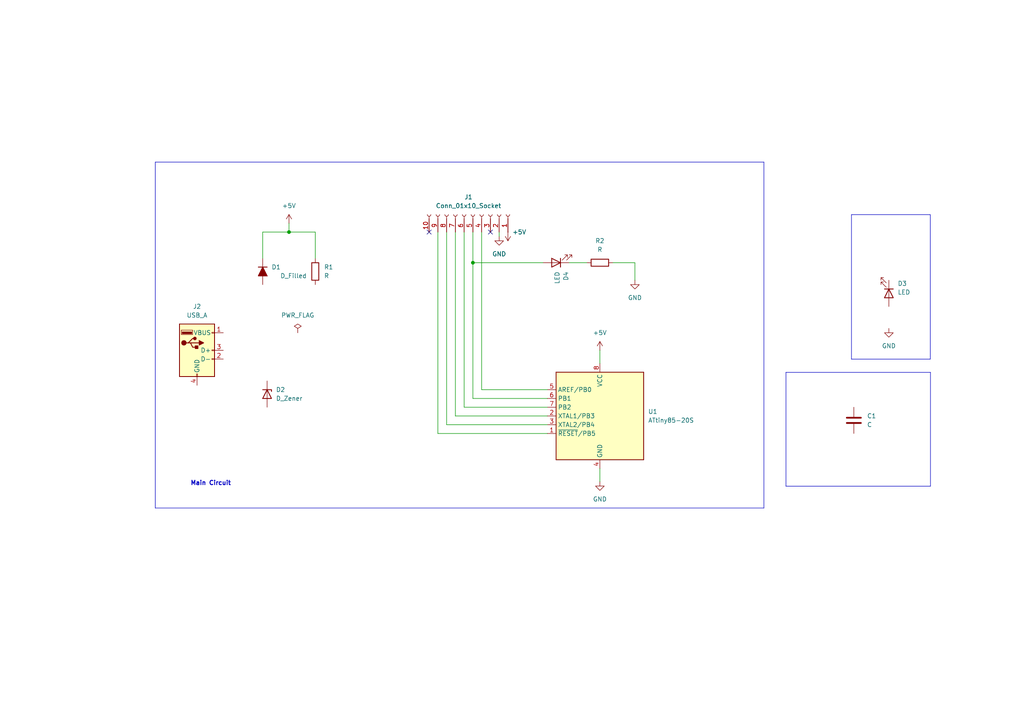
<source format=kicad_sch>
(kicad_sch
	(version 20231120)
	(generator "eeschema")
	(generator_version "8.0")
	(uuid "f2c20679-f28d-47ad-9191-2bfbde129570")
	(paper "A4")
	(title_block
		(date "2024-03-18")
		(rev "version Test2024")
		(company "UCC")
		(comment 1 "proyectoBase2024")
	)
	(lib_symbols
		(symbol "+5V_1"
			(power)
			(pin_names
				(offset 0)
			)
			(exclude_from_sim no)
			(in_bom yes)
			(on_board yes)
			(property "Reference" "#PWR"
				(at 0 -3.81 0)
				(effects
					(font
						(size 1.27 1.27)
					)
					(hide yes)
				)
			)
			(property "Value" "+5V_1"
				(at 0 3.556 0)
				(effects
					(font
						(size 1.27 1.27)
					)
				)
			)
			(property "Footprint" ""
				(at 0 0 0)
				(effects
					(font
						(size 1.27 1.27)
					)
					(hide yes)
				)
			)
			(property "Datasheet" ""
				(at 0 0 0)
				(effects
					(font
						(size 1.27 1.27)
					)
					(hide yes)
				)
			)
			(property "Description" "Power symbol creates a global label with name \"+5V\""
				(at 0 0 0)
				(effects
					(font
						(size 1.27 1.27)
					)
					(hide yes)
				)
			)
			(property "ki_keywords" "global power"
				(at 0 0 0)
				(effects
					(font
						(size 1.27 1.27)
					)
					(hide yes)
				)
			)
			(symbol "+5V_1_0_1"
				(polyline
					(pts
						(xy -0.762 1.27) (xy 0 2.54)
					)
					(stroke
						(width 0)
						(type default)
					)
					(fill
						(type none)
					)
				)
				(polyline
					(pts
						(xy 0 0) (xy 0 2.54)
					)
					(stroke
						(width 0)
						(type default)
					)
					(fill
						(type none)
					)
				)
				(polyline
					(pts
						(xy 0 2.54) (xy 0.762 1.27)
					)
					(stroke
						(width 0)
						(type default)
					)
					(fill
						(type none)
					)
				)
			)
			(symbol "+5V_1_1_1"
				(pin power_in line
					(at 0 0 90)
					(length 0) hide
					(name "+5V"
						(effects
							(font
								(size 1.27 1.27)
							)
						)
					)
					(number "1"
						(effects
							(font
								(size 1.27 1.27)
							)
						)
					)
				)
			)
		)
		(symbol "Connector:Conn_01x10_Socket"
			(pin_names
				(offset 1.016) hide)
			(exclude_from_sim no)
			(in_bom yes)
			(on_board yes)
			(property "Reference" "J"
				(at 0 12.7 0)
				(effects
					(font
						(size 1.27 1.27)
					)
				)
			)
			(property "Value" "Conn_01x10_Socket"
				(at 0 -15.24 0)
				(effects
					(font
						(size 1.27 1.27)
					)
				)
			)
			(property "Footprint" ""
				(at 0 0 0)
				(effects
					(font
						(size 1.27 1.27)
					)
					(hide yes)
				)
			)
			(property "Datasheet" "~"
				(at 0 0 0)
				(effects
					(font
						(size 1.27 1.27)
					)
					(hide yes)
				)
			)
			(property "Description" "Generic connector, single row, 01x10, script generated"
				(at 0 0 0)
				(effects
					(font
						(size 1.27 1.27)
					)
					(hide yes)
				)
			)
			(property "ki_locked" ""
				(at 0 0 0)
				(effects
					(font
						(size 1.27 1.27)
					)
				)
			)
			(property "ki_keywords" "connector"
				(at 0 0 0)
				(effects
					(font
						(size 1.27 1.27)
					)
					(hide yes)
				)
			)
			(property "ki_fp_filters" "Connector*:*_1x??_*"
				(at 0 0 0)
				(effects
					(font
						(size 1.27 1.27)
					)
					(hide yes)
				)
			)
			(symbol "Conn_01x10_Socket_1_1"
				(arc
					(start 0 -12.192)
					(mid -0.5058 -12.7)
					(end 0 -13.208)
					(stroke
						(width 0.1524)
						(type default)
					)
					(fill
						(type none)
					)
				)
				(arc
					(start 0 -9.652)
					(mid -0.5058 -10.16)
					(end 0 -10.668)
					(stroke
						(width 0.1524)
						(type default)
					)
					(fill
						(type none)
					)
				)
				(arc
					(start 0 -7.112)
					(mid -0.5058 -7.62)
					(end 0 -8.128)
					(stroke
						(width 0.1524)
						(type default)
					)
					(fill
						(type none)
					)
				)
				(arc
					(start 0 -4.572)
					(mid -0.5058 -5.08)
					(end 0 -5.588)
					(stroke
						(width 0.1524)
						(type default)
					)
					(fill
						(type none)
					)
				)
				(arc
					(start 0 -2.032)
					(mid -0.5058 -2.54)
					(end 0 -3.048)
					(stroke
						(width 0.1524)
						(type default)
					)
					(fill
						(type none)
					)
				)
				(polyline
					(pts
						(xy -1.27 -12.7) (xy -0.508 -12.7)
					)
					(stroke
						(width 0.1524)
						(type default)
					)
					(fill
						(type none)
					)
				)
				(polyline
					(pts
						(xy -1.27 -10.16) (xy -0.508 -10.16)
					)
					(stroke
						(width 0.1524)
						(type default)
					)
					(fill
						(type none)
					)
				)
				(polyline
					(pts
						(xy -1.27 -7.62) (xy -0.508 -7.62)
					)
					(stroke
						(width 0.1524)
						(type default)
					)
					(fill
						(type none)
					)
				)
				(polyline
					(pts
						(xy -1.27 -5.08) (xy -0.508 -5.08)
					)
					(stroke
						(width 0.1524)
						(type default)
					)
					(fill
						(type none)
					)
				)
				(polyline
					(pts
						(xy -1.27 -2.54) (xy -0.508 -2.54)
					)
					(stroke
						(width 0.1524)
						(type default)
					)
					(fill
						(type none)
					)
				)
				(polyline
					(pts
						(xy -1.27 0) (xy -0.508 0)
					)
					(stroke
						(width 0.1524)
						(type default)
					)
					(fill
						(type none)
					)
				)
				(polyline
					(pts
						(xy -1.27 2.54) (xy -0.508 2.54)
					)
					(stroke
						(width 0.1524)
						(type default)
					)
					(fill
						(type none)
					)
				)
				(polyline
					(pts
						(xy -1.27 5.08) (xy -0.508 5.08)
					)
					(stroke
						(width 0.1524)
						(type default)
					)
					(fill
						(type none)
					)
				)
				(polyline
					(pts
						(xy -1.27 7.62) (xy -0.508 7.62)
					)
					(stroke
						(width 0.1524)
						(type default)
					)
					(fill
						(type none)
					)
				)
				(polyline
					(pts
						(xy -1.27 10.16) (xy -0.508 10.16)
					)
					(stroke
						(width 0.1524)
						(type default)
					)
					(fill
						(type none)
					)
				)
				(arc
					(start 0 0.508)
					(mid -0.5058 0)
					(end 0 -0.508)
					(stroke
						(width 0.1524)
						(type default)
					)
					(fill
						(type none)
					)
				)
				(arc
					(start 0 3.048)
					(mid -0.5058 2.54)
					(end 0 2.032)
					(stroke
						(width 0.1524)
						(type default)
					)
					(fill
						(type none)
					)
				)
				(arc
					(start 0 5.588)
					(mid -0.5058 5.08)
					(end 0 4.572)
					(stroke
						(width 0.1524)
						(type default)
					)
					(fill
						(type none)
					)
				)
				(arc
					(start 0 8.128)
					(mid -0.5058 7.62)
					(end 0 7.112)
					(stroke
						(width 0.1524)
						(type default)
					)
					(fill
						(type none)
					)
				)
				(arc
					(start 0 10.668)
					(mid -0.5058 10.16)
					(end 0 9.652)
					(stroke
						(width 0.1524)
						(type default)
					)
					(fill
						(type none)
					)
				)
				(pin passive line
					(at -5.08 10.16 0)
					(length 3.81)
					(name "Pin_1"
						(effects
							(font
								(size 1.27 1.27)
							)
						)
					)
					(number "1"
						(effects
							(font
								(size 1.27 1.27)
							)
						)
					)
				)
				(pin passive line
					(at -5.08 -12.7 0)
					(length 3.81)
					(name "Pin_10"
						(effects
							(font
								(size 1.27 1.27)
							)
						)
					)
					(number "10"
						(effects
							(font
								(size 1.27 1.27)
							)
						)
					)
				)
				(pin passive line
					(at -5.08 7.62 0)
					(length 3.81)
					(name "Pin_2"
						(effects
							(font
								(size 1.27 1.27)
							)
						)
					)
					(number "2"
						(effects
							(font
								(size 1.27 1.27)
							)
						)
					)
				)
				(pin passive line
					(at -5.08 5.08 0)
					(length 3.81)
					(name "Pin_3"
						(effects
							(font
								(size 1.27 1.27)
							)
						)
					)
					(number "3"
						(effects
							(font
								(size 1.27 1.27)
							)
						)
					)
				)
				(pin passive line
					(at -5.08 2.54 0)
					(length 3.81)
					(name "Pin_4"
						(effects
							(font
								(size 1.27 1.27)
							)
						)
					)
					(number "4"
						(effects
							(font
								(size 1.27 1.27)
							)
						)
					)
				)
				(pin passive line
					(at -5.08 0 0)
					(length 3.81)
					(name "Pin_5"
						(effects
							(font
								(size 1.27 1.27)
							)
						)
					)
					(number "5"
						(effects
							(font
								(size 1.27 1.27)
							)
						)
					)
				)
				(pin passive line
					(at -5.08 -2.54 0)
					(length 3.81)
					(name "Pin_6"
						(effects
							(font
								(size 1.27 1.27)
							)
						)
					)
					(number "6"
						(effects
							(font
								(size 1.27 1.27)
							)
						)
					)
				)
				(pin passive line
					(at -5.08 -5.08 0)
					(length 3.81)
					(name "Pin_7"
						(effects
							(font
								(size 1.27 1.27)
							)
						)
					)
					(number "7"
						(effects
							(font
								(size 1.27 1.27)
							)
						)
					)
				)
				(pin passive line
					(at -5.08 -7.62 0)
					(length 3.81)
					(name "Pin_8"
						(effects
							(font
								(size 1.27 1.27)
							)
						)
					)
					(number "8"
						(effects
							(font
								(size 1.27 1.27)
							)
						)
					)
				)
				(pin passive line
					(at -5.08 -10.16 0)
					(length 3.81)
					(name "Pin_9"
						(effects
							(font
								(size 1.27 1.27)
							)
						)
					)
					(number "9"
						(effects
							(font
								(size 1.27 1.27)
							)
						)
					)
				)
			)
		)
		(symbol "Connector:USB_A"
			(pin_names
				(offset 1.016)
			)
			(exclude_from_sim no)
			(in_bom yes)
			(on_board yes)
			(property "Reference" "J2"
				(at 0 12.7 0)
				(effects
					(font
						(size 1.27 1.27)
					)
				)
			)
			(property "Value" "USB_A"
				(at 0 10.16 0)
				(effects
					(font
						(size 1.27 1.27)
					)
				)
			)
			(property "Footprint" ""
				(at 3.81 -1.27 0)
				(effects
					(font
						(size 1.27 1.27)
					)
					(hide yes)
				)
			)
			(property "Datasheet" " ~"
				(at 3.81 -1.27 0)
				(effects
					(font
						(size 1.27 1.27)
					)
					(hide yes)
				)
			)
			(property "Description" "USB Type A connector"
				(at 0 0 0)
				(effects
					(font
						(size 1.27 1.27)
					)
					(hide yes)
				)
			)
			(property "ki_keywords" "connector USB"
				(at 0 0 0)
				(effects
					(font
						(size 1.27 1.27)
					)
					(hide yes)
				)
			)
			(property "ki_fp_filters" "USB*"
				(at 0 0 0)
				(effects
					(font
						(size 1.27 1.27)
					)
					(hide yes)
				)
			)
			(symbol "USB_A_0_1"
				(rectangle
					(start -5.08 -7.62)
					(end 5.08 7.62)
					(stroke
						(width 0.254)
						(type default)
					)
					(fill
						(type background)
					)
				)
				(circle
					(center -3.81 2.159)
					(radius 0.635)
					(stroke
						(width 0.254)
						(type default)
					)
					(fill
						(type outline)
					)
				)
				(rectangle
					(start -1.524 4.826)
					(end -4.318 5.334)
					(stroke
						(width 0)
						(type default)
					)
					(fill
						(type outline)
					)
				)
				(rectangle
					(start -1.27 4.572)
					(end -4.572 5.842)
					(stroke
						(width 0)
						(type default)
					)
					(fill
						(type none)
					)
				)
				(circle
					(center -0.635 3.429)
					(radius 0.381)
					(stroke
						(width 0.254)
						(type default)
					)
					(fill
						(type outline)
					)
				)
				(rectangle
					(start -0.127 -7.62)
					(end 0.127 -6.858)
					(stroke
						(width 0)
						(type default)
					)
					(fill
						(type none)
					)
				)
				(polyline
					(pts
						(xy -3.175 2.159) (xy -2.54 2.159) (xy -1.27 3.429) (xy -0.635 3.429)
					)
					(stroke
						(width 0.254)
						(type default)
					)
					(fill
						(type none)
					)
				)
				(polyline
					(pts
						(xy -2.54 2.159) (xy -1.905 2.159) (xy -1.27 0.889) (xy 0 0.889)
					)
					(stroke
						(width 0.254)
						(type default)
					)
					(fill
						(type none)
					)
				)
				(polyline
					(pts
						(xy 0.635 2.794) (xy 0.635 1.524) (xy 1.905 2.159) (xy 0.635 2.794)
					)
					(stroke
						(width 0.254)
						(type default)
					)
					(fill
						(type outline)
					)
				)
				(rectangle
					(start 0.254 1.27)
					(end -0.508 0.508)
					(stroke
						(width 0.254)
						(type default)
					)
					(fill
						(type outline)
					)
				)
				(rectangle
					(start 5.08 -2.667)
					(end 4.318 -2.413)
					(stroke
						(width 0)
						(type default)
					)
					(fill
						(type none)
					)
				)
				(rectangle
					(start 5.08 -0.127)
					(end 4.318 0.127)
					(stroke
						(width 0)
						(type default)
					)
					(fill
						(type none)
					)
				)
				(rectangle
					(start 5.08 4.953)
					(end 4.318 5.207)
					(stroke
						(width 0)
						(type default)
					)
					(fill
						(type none)
					)
				)
			)
			(symbol "USB_A_1_1"
				(polyline
					(pts
						(xy -1.905 2.159) (xy 0.635 2.159)
					)
					(stroke
						(width 0.254)
						(type default)
					)
					(fill
						(type none)
					)
				)
				(pin power_in line
					(at 7.62 5.08 180)
					(length 2.54)
					(name "VBUS"
						(effects
							(font
								(size 1.27 1.27)
							)
						)
					)
					(number "1"
						(effects
							(font
								(size 1.27 1.27)
							)
						)
					)
				)
				(pin bidirectional line
					(at 7.62 -2.54 180)
					(length 2.54)
					(name "D-"
						(effects
							(font
								(size 1.27 1.27)
							)
						)
					)
					(number "2"
						(effects
							(font
								(size 1.27 1.27)
							)
						)
					)
				)
				(pin bidirectional line
					(at 7.62 0 180)
					(length 2.54)
					(name "D+"
						(effects
							(font
								(size 1.27 1.27)
							)
						)
					)
					(number "3"
						(effects
							(font
								(size 1.27 1.27)
							)
						)
					)
				)
				(pin power_in line
					(at 0 -10.16 90)
					(length 2.54)
					(name "GND"
						(effects
							(font
								(size 1.27 1.27)
							)
						)
					)
					(number "4"
						(effects
							(font
								(size 1.27 1.27)
							)
						)
					)
				)
			)
		)
		(symbol "D_Filled_1"
			(pin_numbers hide)
			(pin_names
				(offset 1.016) hide)
			(exclude_from_sim no)
			(in_bom yes)
			(on_board yes)
			(property "Reference" "D"
				(at 0 2.54 0)
				(effects
					(font
						(size 1.27 1.27)
					)
				)
			)
			(property "Value" "D_Filled"
				(at 0 -2.54 0)
				(effects
					(font
						(size 1.27 1.27)
					)
				)
			)
			(property "Footprint" ""
				(at 0 0 0)
				(effects
					(font
						(size 1.27 1.27)
					)
					(hide yes)
				)
			)
			(property "Datasheet" "~"
				(at 0 0 0)
				(effects
					(font
						(size 1.27 1.27)
					)
					(hide yes)
				)
			)
			(property "Description" "Diode, filled shape"
				(at 0 0 0)
				(effects
					(font
						(size 1.27 1.27)
					)
					(hide yes)
				)
			)
			(property "Sim.Device" "D"
				(at 0 0 0)
				(effects
					(font
						(size 1.27 1.27)
					)
					(hide yes)
				)
			)
			(property "Sim.Pins" "1=K 2=A"
				(at 0 0 0)
				(effects
					(font
						(size 1.27 1.27)
					)
					(hide yes)
				)
			)
			(property "ki_keywords" "diode"
				(at 0 0 0)
				(effects
					(font
						(size 1.27 1.27)
					)
					(hide yes)
				)
			)
			(property "ki_fp_filters" "TO-???* *_Diode_* *SingleDiode* D_*"
				(at 0 0 0)
				(effects
					(font
						(size 1.27 1.27)
					)
					(hide yes)
				)
			)
			(symbol "D_Filled_1_0_1"
				(polyline
					(pts
						(xy -1.27 1.27) (xy -1.27 -1.27)
					)
					(stroke
						(width 0.254)
						(type default)
					)
					(fill
						(type none)
					)
				)
				(polyline
					(pts
						(xy 1.27 0) (xy -1.27 0)
					)
					(stroke
						(width 0)
						(type default)
					)
					(fill
						(type none)
					)
				)
				(polyline
					(pts
						(xy 1.27 1.27) (xy 1.27 -1.27) (xy -1.27 0) (xy 1.27 1.27)
					)
					(stroke
						(width 0.254)
						(type default)
					)
					(fill
						(type outline)
					)
				)
			)
			(symbol "D_Filled_1_1_1"
				(pin passive line
					(at -3.81 0 0)
					(length 2.54)
					(name "K"
						(effects
							(font
								(size 1.27 1.27)
							)
						)
					)
					(number "1"
						(effects
							(font
								(size 1.27 1.27)
							)
						)
					)
				)
				(pin passive line
					(at 3.81 0 180)
					(length 2.54)
					(name "A"
						(effects
							(font
								(size 1.27 1.27)
							)
						)
					)
					(number "2"
						(effects
							(font
								(size 1.27 1.27)
							)
						)
					)
				)
			)
		)
		(symbol "Device:C"
			(pin_numbers hide)
			(pin_names
				(offset 0.254)
			)
			(exclude_from_sim no)
			(in_bom yes)
			(on_board yes)
			(property "Reference" "C"
				(at 0.635 2.54 0)
				(effects
					(font
						(size 1.27 1.27)
					)
					(justify left)
				)
			)
			(property "Value" "C"
				(at 0.635 -2.54 0)
				(effects
					(font
						(size 1.27 1.27)
					)
					(justify left)
				)
			)
			(property "Footprint" ""
				(at 0.9652 -3.81 0)
				(effects
					(font
						(size 1.27 1.27)
					)
					(hide yes)
				)
			)
			(property "Datasheet" "~"
				(at 0 0 0)
				(effects
					(font
						(size 1.27 1.27)
					)
					(hide yes)
				)
			)
			(property "Description" "Unpolarized capacitor"
				(at 0 0 0)
				(effects
					(font
						(size 1.27 1.27)
					)
					(hide yes)
				)
			)
			(property "ki_keywords" "cap capacitor"
				(at 0 0 0)
				(effects
					(font
						(size 1.27 1.27)
					)
					(hide yes)
				)
			)
			(property "ki_fp_filters" "C_*"
				(at 0 0 0)
				(effects
					(font
						(size 1.27 1.27)
					)
					(hide yes)
				)
			)
			(symbol "C_0_1"
				(polyline
					(pts
						(xy -2.032 -0.762) (xy 2.032 -0.762)
					)
					(stroke
						(width 0.508)
						(type default)
					)
					(fill
						(type none)
					)
				)
				(polyline
					(pts
						(xy -2.032 0.762) (xy 2.032 0.762)
					)
					(stroke
						(width 0.508)
						(type default)
					)
					(fill
						(type none)
					)
				)
			)
			(symbol "C_1_1"
				(pin passive line
					(at 0 3.81 270)
					(length 2.794)
					(name "~"
						(effects
							(font
								(size 1.27 1.27)
							)
						)
					)
					(number "1"
						(effects
							(font
								(size 1.27 1.27)
							)
						)
					)
				)
				(pin passive line
					(at 0 -3.81 90)
					(length 2.794)
					(name "~"
						(effects
							(font
								(size 1.27 1.27)
							)
						)
					)
					(number "2"
						(effects
							(font
								(size 1.27 1.27)
							)
						)
					)
				)
			)
		)
		(symbol "Device:D_Zener"
			(pin_numbers hide)
			(pin_names
				(offset 1.016) hide)
			(exclude_from_sim no)
			(in_bom yes)
			(on_board yes)
			(property "Reference" "D"
				(at 0 2.54 0)
				(effects
					(font
						(size 1.27 1.27)
					)
				)
			)
			(property "Value" "D_Zener"
				(at 0 -2.54 0)
				(effects
					(font
						(size 1.27 1.27)
					)
				)
			)
			(property "Footprint" ""
				(at 0 0 0)
				(effects
					(font
						(size 1.27 1.27)
					)
					(hide yes)
				)
			)
			(property "Datasheet" "~"
				(at 0 0 0)
				(effects
					(font
						(size 1.27 1.27)
					)
					(hide yes)
				)
			)
			(property "Description" "Zener diode"
				(at 0 0 0)
				(effects
					(font
						(size 1.27 1.27)
					)
					(hide yes)
				)
			)
			(property "ki_keywords" "diode"
				(at 0 0 0)
				(effects
					(font
						(size 1.27 1.27)
					)
					(hide yes)
				)
			)
			(property "ki_fp_filters" "TO-???* *_Diode_* *SingleDiode* D_*"
				(at 0 0 0)
				(effects
					(font
						(size 1.27 1.27)
					)
					(hide yes)
				)
			)
			(symbol "D_Zener_0_1"
				(polyline
					(pts
						(xy 1.27 0) (xy -1.27 0)
					)
					(stroke
						(width 0)
						(type default)
					)
					(fill
						(type none)
					)
				)
				(polyline
					(pts
						(xy -1.27 -1.27) (xy -1.27 1.27) (xy -0.762 1.27)
					)
					(stroke
						(width 0.254)
						(type default)
					)
					(fill
						(type none)
					)
				)
				(polyline
					(pts
						(xy 1.27 -1.27) (xy 1.27 1.27) (xy -1.27 0) (xy 1.27 -1.27)
					)
					(stroke
						(width 0.254)
						(type default)
					)
					(fill
						(type none)
					)
				)
			)
			(symbol "D_Zener_1_1"
				(pin passive line
					(at -3.81 0 0)
					(length 2.54)
					(name "K"
						(effects
							(font
								(size 1.27 1.27)
							)
						)
					)
					(number "1"
						(effects
							(font
								(size 1.27 1.27)
							)
						)
					)
				)
				(pin passive line
					(at 3.81 0 180)
					(length 2.54)
					(name "A"
						(effects
							(font
								(size 1.27 1.27)
							)
						)
					)
					(number "2"
						(effects
							(font
								(size 1.27 1.27)
							)
						)
					)
				)
			)
		)
		(symbol "Device:LED"
			(pin_numbers hide)
			(pin_names
				(offset 1.016) hide)
			(exclude_from_sim no)
			(in_bom yes)
			(on_board yes)
			(property "Reference" "D"
				(at 0 2.54 0)
				(effects
					(font
						(size 1.27 1.27)
					)
				)
			)
			(property "Value" "LED"
				(at 0 -2.54 0)
				(effects
					(font
						(size 1.27 1.27)
					)
				)
			)
			(property "Footprint" ""
				(at 0 0 0)
				(effects
					(font
						(size 1.27 1.27)
					)
					(hide yes)
				)
			)
			(property "Datasheet" "~"
				(at 0 0 0)
				(effects
					(font
						(size 1.27 1.27)
					)
					(hide yes)
				)
			)
			(property "Description" "Light emitting diode"
				(at 0 0 0)
				(effects
					(font
						(size 1.27 1.27)
					)
					(hide yes)
				)
			)
			(property "ki_keywords" "LED diode"
				(at 0 0 0)
				(effects
					(font
						(size 1.27 1.27)
					)
					(hide yes)
				)
			)
			(property "ki_fp_filters" "LED* LED_SMD:* LED_THT:*"
				(at 0 0 0)
				(effects
					(font
						(size 1.27 1.27)
					)
					(hide yes)
				)
			)
			(symbol "LED_0_1"
				(polyline
					(pts
						(xy -1.27 -1.27) (xy -1.27 1.27)
					)
					(stroke
						(width 0.254)
						(type default)
					)
					(fill
						(type none)
					)
				)
				(polyline
					(pts
						(xy -1.27 0) (xy 1.27 0)
					)
					(stroke
						(width 0)
						(type default)
					)
					(fill
						(type none)
					)
				)
				(polyline
					(pts
						(xy 1.27 -1.27) (xy 1.27 1.27) (xy -1.27 0) (xy 1.27 -1.27)
					)
					(stroke
						(width 0.254)
						(type default)
					)
					(fill
						(type none)
					)
				)
				(polyline
					(pts
						(xy -3.048 -0.762) (xy -4.572 -2.286) (xy -3.81 -2.286) (xy -4.572 -2.286) (xy -4.572 -1.524)
					)
					(stroke
						(width 0)
						(type default)
					)
					(fill
						(type none)
					)
				)
				(polyline
					(pts
						(xy -1.778 -0.762) (xy -3.302 -2.286) (xy -2.54 -2.286) (xy -3.302 -2.286) (xy -3.302 -1.524)
					)
					(stroke
						(width 0)
						(type default)
					)
					(fill
						(type none)
					)
				)
			)
			(symbol "LED_1_1"
				(pin passive line
					(at -3.81 0 0)
					(length 2.54)
					(name "K"
						(effects
							(font
								(size 1.27 1.27)
							)
						)
					)
					(number "1"
						(effects
							(font
								(size 1.27 1.27)
							)
						)
					)
				)
				(pin passive line
					(at 3.81 0 180)
					(length 2.54)
					(name "A"
						(effects
							(font
								(size 1.27 1.27)
							)
						)
					)
					(number "2"
						(effects
							(font
								(size 1.27 1.27)
							)
						)
					)
				)
			)
		)
		(symbol "Device:R"
			(pin_numbers hide)
			(pin_names
				(offset 0)
			)
			(exclude_from_sim no)
			(in_bom yes)
			(on_board yes)
			(property "Reference" "R"
				(at 2.032 0 90)
				(effects
					(font
						(size 1.27 1.27)
					)
				)
			)
			(property "Value" "R"
				(at 0 0 90)
				(effects
					(font
						(size 1.27 1.27)
					)
				)
			)
			(property "Footprint" ""
				(at -1.778 0 90)
				(effects
					(font
						(size 1.27 1.27)
					)
					(hide yes)
				)
			)
			(property "Datasheet" "~"
				(at 0 0 0)
				(effects
					(font
						(size 1.27 1.27)
					)
					(hide yes)
				)
			)
			(property "Description" "Resistor"
				(at 0 0 0)
				(effects
					(font
						(size 1.27 1.27)
					)
					(hide yes)
				)
			)
			(property "ki_keywords" "R res resistor"
				(at 0 0 0)
				(effects
					(font
						(size 1.27 1.27)
					)
					(hide yes)
				)
			)
			(property "ki_fp_filters" "R_*"
				(at 0 0 0)
				(effects
					(font
						(size 1.27 1.27)
					)
					(hide yes)
				)
			)
			(symbol "R_0_1"
				(rectangle
					(start -1.016 -2.54)
					(end 1.016 2.54)
					(stroke
						(width 0.254)
						(type default)
					)
					(fill
						(type none)
					)
				)
			)
			(symbol "R_1_1"
				(pin passive line
					(at 0 3.81 270)
					(length 1.27)
					(name "~"
						(effects
							(font
								(size 1.27 1.27)
							)
						)
					)
					(number "1"
						(effects
							(font
								(size 1.27 1.27)
							)
						)
					)
				)
				(pin passive line
					(at 0 -3.81 90)
					(length 1.27)
					(name "~"
						(effects
							(font
								(size 1.27 1.27)
							)
						)
					)
					(number "2"
						(effects
							(font
								(size 1.27 1.27)
							)
						)
					)
				)
			)
		)
		(symbol "GND_1"
			(power)
			(pin_names
				(offset 0)
			)
			(exclude_from_sim no)
			(in_bom yes)
			(on_board yes)
			(property "Reference" "#PWR"
				(at 0 -6.35 0)
				(effects
					(font
						(size 1.27 1.27)
					)
					(hide yes)
				)
			)
			(property "Value" "GND_1"
				(at 0 -3.81 0)
				(effects
					(font
						(size 1.27 1.27)
					)
				)
			)
			(property "Footprint" ""
				(at 0 0 0)
				(effects
					(font
						(size 1.27 1.27)
					)
					(hide yes)
				)
			)
			(property "Datasheet" ""
				(at 0 0 0)
				(effects
					(font
						(size 1.27 1.27)
					)
					(hide yes)
				)
			)
			(property "Description" "Power symbol creates a global label with name \"GND\" , ground"
				(at 0 0 0)
				(effects
					(font
						(size 1.27 1.27)
					)
					(hide yes)
				)
			)
			(property "ki_keywords" "global power"
				(at 0 0 0)
				(effects
					(font
						(size 1.27 1.27)
					)
					(hide yes)
				)
			)
			(symbol "GND_1_0_1"
				(polyline
					(pts
						(xy 0 0) (xy 0 -1.27) (xy 1.27 -1.27) (xy 0 -2.54) (xy -1.27 -1.27) (xy 0 -1.27)
					)
					(stroke
						(width 0)
						(type default)
					)
					(fill
						(type none)
					)
				)
			)
			(symbol "GND_1_1_1"
				(pin power_in line
					(at 0 0 270)
					(length 0) hide
					(name "GND"
						(effects
							(font
								(size 1.27 1.27)
							)
						)
					)
					(number "1"
						(effects
							(font
								(size 1.27 1.27)
							)
						)
					)
				)
			)
		)
		(symbol "MCU_Microchip_ATtiny:ATtiny85-20S"
			(exclude_from_sim no)
			(in_bom yes)
			(on_board yes)
			(property "Reference" "U"
				(at -12.7 13.97 0)
				(effects
					(font
						(size 1.27 1.27)
					)
					(justify left bottom)
				)
			)
			(property "Value" "ATtiny85-20S"
				(at 2.54 -13.97 0)
				(effects
					(font
						(size 1.27 1.27)
					)
					(justify left top)
				)
			)
			(property "Footprint" "Package_SO:SOIC-8W_5.3x5.3mm_P1.27mm"
				(at 0 0 0)
				(effects
					(font
						(size 1.27 1.27)
						(italic yes)
					)
					(hide yes)
				)
			)
			(property "Datasheet" "http://ww1.microchip.com/downloads/en/DeviceDoc/atmel-2586-avr-8-bit-microcontroller-attiny25-attiny45-attiny85_datasheet.pdf"
				(at 0 0 0)
				(effects
					(font
						(size 1.27 1.27)
					)
					(hide yes)
				)
			)
			(property "Description" "20MHz, 8kB Flash, 512B SRAM, 512B EEPROM, debugWIRE, SOIC-8W"
				(at 0 0 0)
				(effects
					(font
						(size 1.27 1.27)
					)
					(hide yes)
				)
			)
			(property "ki_keywords" "AVR 8bit Microcontroller tinyAVR"
				(at 0 0 0)
				(effects
					(font
						(size 1.27 1.27)
					)
					(hide yes)
				)
			)
			(property "ki_fp_filters" "SOIC*5.3x5.3mm*P1.27mm*"
				(at 0 0 0)
				(effects
					(font
						(size 1.27 1.27)
					)
					(hide yes)
				)
			)
			(symbol "ATtiny85-20S_0_1"
				(rectangle
					(start -12.7 -12.7)
					(end 12.7 12.7)
					(stroke
						(width 0.254)
						(type default)
					)
					(fill
						(type background)
					)
				)
			)
			(symbol "ATtiny85-20S_1_1"
				(pin bidirectional line
					(at 15.24 -5.08 180)
					(length 2.54)
					(name "~{RESET}/PB5"
						(effects
							(font
								(size 1.27 1.27)
							)
						)
					)
					(number "1"
						(effects
							(font
								(size 1.27 1.27)
							)
						)
					)
				)
				(pin bidirectional line
					(at 15.24 0 180)
					(length 2.54)
					(name "XTAL1/PB3"
						(effects
							(font
								(size 1.27 1.27)
							)
						)
					)
					(number "2"
						(effects
							(font
								(size 1.27 1.27)
							)
						)
					)
				)
				(pin bidirectional line
					(at 15.24 -2.54 180)
					(length 2.54)
					(name "XTAL2/PB4"
						(effects
							(font
								(size 1.27 1.27)
							)
						)
					)
					(number "3"
						(effects
							(font
								(size 1.27 1.27)
							)
						)
					)
				)
				(pin power_in line
					(at 0 -15.24 90)
					(length 2.54)
					(name "GND"
						(effects
							(font
								(size 1.27 1.27)
							)
						)
					)
					(number "4"
						(effects
							(font
								(size 1.27 1.27)
							)
						)
					)
				)
				(pin bidirectional line
					(at 15.24 7.62 180)
					(length 2.54)
					(name "AREF/PB0"
						(effects
							(font
								(size 1.27 1.27)
							)
						)
					)
					(number "5"
						(effects
							(font
								(size 1.27 1.27)
							)
						)
					)
				)
				(pin bidirectional line
					(at 15.24 5.08 180)
					(length 2.54)
					(name "PB1"
						(effects
							(font
								(size 1.27 1.27)
							)
						)
					)
					(number "6"
						(effects
							(font
								(size 1.27 1.27)
							)
						)
					)
				)
				(pin bidirectional line
					(at 15.24 2.54 180)
					(length 2.54)
					(name "PB2"
						(effects
							(font
								(size 1.27 1.27)
							)
						)
					)
					(number "7"
						(effects
							(font
								(size 1.27 1.27)
							)
						)
					)
				)
				(pin power_in line
					(at 0 15.24 270)
					(length 2.54)
					(name "VCC"
						(effects
							(font
								(size 1.27 1.27)
							)
						)
					)
					(number "8"
						(effects
							(font
								(size 1.27 1.27)
							)
						)
					)
				)
			)
		)
		(symbol "PWR_FLAG_1"
			(power)
			(pin_numbers hide)
			(pin_names
				(offset 0) hide)
			(exclude_from_sim no)
			(in_bom yes)
			(on_board yes)
			(property "Reference" "#FLG"
				(at 0 1.905 0)
				(effects
					(font
						(size 1.27 1.27)
					)
					(hide yes)
				)
			)
			(property "Value" "PWR_FLAG_1"
				(at 0 3.81 0)
				(effects
					(font
						(size 1.27 1.27)
					)
				)
			)
			(property "Footprint" ""
				(at 0 0 0)
				(effects
					(font
						(size 1.27 1.27)
					)
					(hide yes)
				)
			)
			(property "Datasheet" "~"
				(at 0 0 0)
				(effects
					(font
						(size 1.27 1.27)
					)
					(hide yes)
				)
			)
			(property "Description" "Special symbol for telling ERC where power comes from"
				(at 0 0 0)
				(effects
					(font
						(size 1.27 1.27)
					)
					(hide yes)
				)
			)
			(property "ki_keywords" "flag power"
				(at 0 0 0)
				(effects
					(font
						(size 1.27 1.27)
					)
					(hide yes)
				)
			)
			(symbol "PWR_FLAG_1_0_0"
				(pin power_out line
					(at 0 0 90)
					(length 0)
					(name "pwr"
						(effects
							(font
								(size 1.27 1.27)
							)
						)
					)
					(number "1"
						(effects
							(font
								(size 1.27 1.27)
							)
						)
					)
				)
			)
			(symbol "PWR_FLAG_1_0_1"
				(polyline
					(pts
						(xy 0 0) (xy 0 1.27) (xy -1.016 1.905) (xy 0 2.54) (xy 1.016 1.905) (xy 0 1.27)
					)
					(stroke
						(width 0)
						(type default)
					)
					(fill
						(type none)
					)
				)
			)
		)
		(symbol "power:+5V"
			(power)
			(pin_numbers hide)
			(pin_names
				(offset 0) hide)
			(exclude_from_sim no)
			(in_bom yes)
			(on_board yes)
			(property "Reference" "#PWR"
				(at 0 -3.81 0)
				(effects
					(font
						(size 1.27 1.27)
					)
					(hide yes)
				)
			)
			(property "Value" "+5V"
				(at 0 3.556 0)
				(effects
					(font
						(size 1.27 1.27)
					)
				)
			)
			(property "Footprint" ""
				(at 0 0 0)
				(effects
					(font
						(size 1.27 1.27)
					)
					(hide yes)
				)
			)
			(property "Datasheet" ""
				(at 0 0 0)
				(effects
					(font
						(size 1.27 1.27)
					)
					(hide yes)
				)
			)
			(property "Description" "Power symbol creates a global label with name \"+5V\""
				(at 0 0 0)
				(effects
					(font
						(size 1.27 1.27)
					)
					(hide yes)
				)
			)
			(property "ki_keywords" "global power"
				(at 0 0 0)
				(effects
					(font
						(size 1.27 1.27)
					)
					(hide yes)
				)
			)
			(symbol "+5V_0_1"
				(polyline
					(pts
						(xy -0.762 1.27) (xy 0 2.54)
					)
					(stroke
						(width 0)
						(type default)
					)
					(fill
						(type none)
					)
				)
				(polyline
					(pts
						(xy 0 0) (xy 0 2.54)
					)
					(stroke
						(width 0)
						(type default)
					)
					(fill
						(type none)
					)
				)
				(polyline
					(pts
						(xy 0 2.54) (xy 0.762 1.27)
					)
					(stroke
						(width 0)
						(type default)
					)
					(fill
						(type none)
					)
				)
			)
			(symbol "+5V_1_1"
				(pin power_in line
					(at 0 0 90)
					(length 0)
					(name "~"
						(effects
							(font
								(size 1.27 1.27)
							)
						)
					)
					(number "1"
						(effects
							(font
								(size 1.27 1.27)
							)
						)
					)
				)
			)
		)
	)
	(junction
		(at 137.16 76.2)
		(diameter 0)
		(color 0 0 0 0)
		(uuid "3af95009-d731-40cc-979e-cf5a6fa8617d")
	)
	(junction
		(at 83.82 67.31)
		(diameter 0)
		(color 0 0 0 0)
		(uuid "45e23898-725d-4312-9589-842bbc39b85b")
	)
	(no_connect
		(at 142.24 67.31)
		(uuid "1949b488-75e9-4c0d-8acd-71e6494a85d1")
	)
	(no_connect
		(at 124.46 67.31)
		(uuid "66635bb7-af96-4718-ac5b-d0878f50d931")
	)
	(wire
		(pts
			(xy 177.8 76.2) (xy 184.15 76.2)
		)
		(stroke
			(width 0)
			(type default)
		)
		(uuid "0319f917-2514-4401-bf70-2f8cf05f8409")
	)
	(wire
		(pts
			(xy 132.08 120.65) (xy 132.08 67.31)
		)
		(stroke
			(width 0)
			(type default)
		)
		(uuid "0c52a903-6e28-4bac-b69a-f8ddb208fd51")
	)
	(polyline
		(pts
			(xy 45.0342 147.3454) (xy 45.0342 47.0154)
		)
		(stroke
			(width 0)
			(type default)
		)
		(uuid "12c67071-fe67-4f47-a0ca-3ef1ab2bc966")
	)
	(polyline
		(pts
			(xy 221.5642 47.0154) (xy 221.5642 147.3454)
		)
		(stroke
			(width 0)
			(type default)
		)
		(uuid "1f5f82f7-3c3e-40e2-9a00-ce83a042d5ac")
	)
	(wire
		(pts
			(xy 158.75 113.03) (xy 139.7 113.03)
		)
		(stroke
			(width 0)
			(type default)
		)
		(uuid "22d26a46-d2c4-4248-9784-bae076bc585f")
	)
	(wire
		(pts
			(xy 158.75 115.57) (xy 137.16 115.57)
		)
		(stroke
			(width 0)
			(type default)
		)
		(uuid "23bcbb8d-3dcd-4e6e-905a-9141c6866a07")
	)
	(wire
		(pts
			(xy 144.78 67.31) (xy 144.78 68.58)
		)
		(stroke
			(width 0)
			(type default)
		)
		(uuid "26debd56-dbc3-408e-bc9b-24da41064b65")
	)
	(wire
		(pts
			(xy 129.54 123.19) (xy 129.54 67.31)
		)
		(stroke
			(width 0)
			(type default)
		)
		(uuid "2b84c10e-3423-4c3d-8401-fa75e4675622")
	)
	(wire
		(pts
			(xy 139.7 113.03) (xy 139.7 67.31)
		)
		(stroke
			(width 0)
			(type default)
		)
		(uuid "3b0dc830-3419-4582-b014-867d7d152453")
	)
	(wire
		(pts
			(xy 83.82 64.77) (xy 83.82 67.31)
		)
		(stroke
			(width 0)
			(type default)
		)
		(uuid "410248ad-2904-4812-8d85-850535af93ee")
	)
	(wire
		(pts
			(xy 76.2 67.31) (xy 76.2 74.93)
		)
		(stroke
			(width 0)
			(type default)
		)
		(uuid "4c2df597-1210-449c-9045-650fb6953e19")
	)
	(polyline
		(pts
			(xy 269.8242 62.2554) (xy 269.8242 104.1654)
		)
		(stroke
			(width 0)
			(type default)
		)
		(uuid "4eb3e81b-c3fe-4e85-853e-9ce32520e02d")
	)
	(wire
		(pts
			(xy 158.75 125.73) (xy 127 125.73)
		)
		(stroke
			(width 0)
			(type default)
		)
		(uuid "5ae6f24d-ab71-4829-ab1d-30c7a4847d4e")
	)
	(wire
		(pts
			(xy 134.62 118.11) (xy 134.62 67.31)
		)
		(stroke
			(width 0)
			(type default)
		)
		(uuid "60e58f21-cac2-4cdc-8db9-03952be03985")
	)
	(polyline
		(pts
			(xy 227.965 108.0008) (xy 269.875 108.0008)
		)
		(stroke
			(width 0)
			(type default)
		)
		(uuid "654c2277-b153-442b-b460-0cc1001e1bfe")
	)
	(wire
		(pts
			(xy 91.44 74.93) (xy 91.44 67.31)
		)
		(stroke
			(width 0)
			(type default)
		)
		(uuid "665d1084-3d66-40eb-90e9-0b52b7697f60")
	)
	(wire
		(pts
			(xy 165.1 76.2) (xy 170.18 76.2)
		)
		(stroke
			(width 0)
			(type default)
		)
		(uuid "68e19907-f731-4c9d-ab0a-d4e4d0538ea9")
	)
	(polyline
		(pts
			(xy 269.8242 104.1654) (xy 246.9642 104.1654)
		)
		(stroke
			(width 0)
			(type default)
		)
		(uuid "73b21d52-5af1-4324-ac82-7fc4e93bc07a")
	)
	(wire
		(pts
			(xy 137.16 76.2) (xy 157.48 76.2)
		)
		(stroke
			(width 0)
			(type default)
		)
		(uuid "7540c5e8-8338-4c39-8063-1dd36c25e59a")
	)
	(polyline
		(pts
			(xy 227.965 141.0208) (xy 227.965 108.0008)
		)
		(stroke
			(width 0)
			(type default)
		)
		(uuid "7b5ddeea-8245-4000-8222-3f545ae9a1f4")
	)
	(polyline
		(pts
			(xy 221.5642 147.3454) (xy 45.0342 147.3454)
		)
		(stroke
			(width 0)
			(type default)
		)
		(uuid "7ebb2a4f-8cb5-40c6-9206-e43704b68921")
	)
	(wire
		(pts
			(xy 158.75 123.19) (xy 129.54 123.19)
		)
		(stroke
			(width 0)
			(type default)
		)
		(uuid "87c53d48-4eff-48c4-a14c-df29c4b1ab64")
	)
	(wire
		(pts
			(xy 137.16 115.57) (xy 137.16 76.2)
		)
		(stroke
			(width 0)
			(type default)
		)
		(uuid "8bfe11b8-6403-490a-b240-58a9e81b0d80")
	)
	(wire
		(pts
			(xy 91.44 67.31) (xy 83.82 67.31)
		)
		(stroke
			(width 0)
			(type default)
		)
		(uuid "8de918df-97f3-401f-978b-270bad6ea405")
	)
	(wire
		(pts
			(xy 184.15 76.2) (xy 184.15 81.28)
		)
		(stroke
			(width 0)
			(type default)
		)
		(uuid "98622695-bf91-4701-a99a-9a0ffa50ea4e")
	)
	(wire
		(pts
			(xy 127 125.73) (xy 127 67.31)
		)
		(stroke
			(width 0)
			(type default)
		)
		(uuid "9b2b1527-a397-4dfc-9bd4-d37a83bfb2a7")
	)
	(wire
		(pts
			(xy 173.99 101.6) (xy 173.99 105.41)
		)
		(stroke
			(width 0)
			(type default)
		)
		(uuid "9c8bbcec-fc23-48fb-9a72-9a0075b15c79")
	)
	(wire
		(pts
			(xy 83.82 67.31) (xy 76.2 67.31)
		)
		(stroke
			(width 0)
			(type default)
		)
		(uuid "b11c46b5-30da-4c8b-87c3-78881e57a632")
	)
	(wire
		(pts
			(xy 173.99 135.89) (xy 173.99 139.7)
		)
		(stroke
			(width 0)
			(type default)
		)
		(uuid "bc7057a6-013a-40ca-8543-c103606e3465")
	)
	(wire
		(pts
			(xy 137.16 76.2) (xy 137.16 67.31)
		)
		(stroke
			(width 0)
			(type default)
		)
		(uuid "be40ad8d-54a0-41af-aff0-21d9668c08e1")
	)
	(polyline
		(pts
			(xy 246.9642 104.1654) (xy 246.9642 62.2554)
		)
		(stroke
			(width 0)
			(type default)
		)
		(uuid "c289a2e8-800f-459f-8e02-e4181254dd67")
	)
	(polyline
		(pts
			(xy 246.9642 62.2554) (xy 269.8242 62.2554)
		)
		(stroke
			(width 0)
			(type default)
		)
		(uuid "c5196035-626d-4878-af78-a964605d27be")
	)
	(wire
		(pts
			(xy 158.75 118.11) (xy 134.62 118.11)
		)
		(stroke
			(width 0)
			(type default)
		)
		(uuid "e410cbd0-856d-4313-83aa-948dcc84c8ac")
	)
	(wire
		(pts
			(xy 158.75 120.65) (xy 132.08 120.65)
		)
		(stroke
			(width 0)
			(type default)
		)
		(uuid "e8a39bfe-c1f3-4938-8688-691f7fe0d268")
	)
	(polyline
		(pts
			(xy 269.875 108.0008) (xy 269.875 141.0208)
		)
		(stroke
			(width 0)
			(type default)
		)
		(uuid "eaa8bceb-f274-422b-90fd-fe4877b72009")
	)
	(polyline
		(pts
			(xy 45.0342 47.0154) (xy 221.5642 47.0154)
		)
		(stroke
			(width 0)
			(type default)
		)
		(uuid "ed367599-b43c-449a-9a14-78d4b79558be")
	)
	(polyline
		(pts
			(xy 269.875 141.0208) (xy 227.965 141.0208)
		)
		(stroke
			(width 0)
			(type default)
		)
		(uuid "f518fdf6-0ceb-48a0-bbc6-ad5fd27a602e")
	)
	(text "Main Circuit"
		(exclude_from_sim no)
		(at 55.1942 140.9954 0)
		(effects
			(font
				(size 1.27 1.27)
				(thickness 0.254)
				(bold yes)
			)
			(justify left bottom)
		)
		(uuid "39ea4496-1b44-485f-ab4a-73accbcc9f99")
	)
	(symbol
		(lib_name "GND_1")
		(lib_id "power:GND")
		(at 184.15 81.28 0)
		(unit 1)
		(exclude_from_sim no)
		(in_bom yes)
		(on_board yes)
		(dnp no)
		(fields_autoplaced yes)
		(uuid "0ffa94bb-6f6b-427d-8890-4c633411e970")
		(property "Reference" "#PWR03"
			(at 184.15 87.63 0)
			(effects
				(font
					(size 1.27 1.27)
				)
				(hide yes)
			)
		)
		(property "Value" "GND"
			(at 184.15 86.36 0)
			(effects
				(font
					(size 1.27 1.27)
				)
			)
		)
		(property "Footprint" ""
			(at 184.15 81.28 0)
			(effects
				(font
					(size 1.27 1.27)
				)
				(hide yes)
			)
		)
		(property "Datasheet" ""
			(at 184.15 81.28 0)
			(effects
				(font
					(size 1.27 1.27)
				)
				(hide yes)
			)
		)
		(property "Description" ""
			(at 184.15 81.28 0)
			(effects
				(font
					(size 1.27 1.27)
				)
				(hide yes)
			)
		)
		(pin "1"
			(uuid "05629c9e-289c-444c-9e59-d57d495a0699")
		)
		(instances
			(project "UccMicroDuino"
				(path "/f2c20679-f28d-47ad-9191-2bfbde129570"
					(reference "#PWR03")
					(unit 1)
				)
			)
		)
	)
	(symbol
		(lib_id "Device:LED")
		(at 257.81 85.09 270)
		(unit 1)
		(exclude_from_sim no)
		(in_bom yes)
		(on_board yes)
		(dnp no)
		(fields_autoplaced yes)
		(uuid "10997108-4d28-41d5-89fd-26fd3e77510d")
		(property "Reference" "D3"
			(at 260.35 82.2325 90)
			(effects
				(font
					(size 1.27 1.27)
				)
				(justify left)
			)
		)
		(property "Value" "LED"
			(at 260.35 84.7725 90)
			(effects
				(font
					(size 1.27 1.27)
				)
				(justify left)
			)
		)
		(property "Footprint" "ledSmd:ledSMD"
			(at 257.81 85.09 0)
			(effects
				(font
					(size 1.27 1.27)
				)
				(hide yes)
			)
		)
		(property "Datasheet" "~"
			(at 257.81 85.09 0)
			(effects
				(font
					(size 1.27 1.27)
				)
				(hide yes)
			)
		)
		(property "Description" ""
			(at 257.81 85.09 0)
			(effects
				(font
					(size 1.27 1.27)
				)
				(hide yes)
			)
		)
		(pin "1"
			(uuid "5fdbb483-66f9-4384-8395-149ad1d2495b")
		)
		(pin "2"
			(uuid "d69da8c4-b4ec-4af5-a00c-745dacc97d94")
		)
		(instances
			(project "UccMicroDuino"
				(path "/f2c20679-f28d-47ad-9191-2bfbde129570"
					(reference "D3")
					(unit 1)
				)
			)
		)
	)
	(symbol
		(lib_name "GND_1")
		(lib_id "power:GND")
		(at 173.99 139.7 0)
		(unit 1)
		(exclude_from_sim no)
		(in_bom yes)
		(on_board yes)
		(dnp no)
		(fields_autoplaced yes)
		(uuid "19e01935-fbb5-4b6b-858d-c7238fbbcf93")
		(property "Reference" "#PWR05"
			(at 173.99 146.05 0)
			(effects
				(font
					(size 1.27 1.27)
				)
				(hide yes)
			)
		)
		(property "Value" "GND"
			(at 173.99 144.78 0)
			(effects
				(font
					(size 1.27 1.27)
				)
			)
		)
		(property "Footprint" ""
			(at 173.99 139.7 0)
			(effects
				(font
					(size 1.27 1.27)
				)
				(hide yes)
			)
		)
		(property "Datasheet" ""
			(at 173.99 139.7 0)
			(effects
				(font
					(size 1.27 1.27)
				)
				(hide yes)
			)
		)
		(property "Description" ""
			(at 173.99 139.7 0)
			(effects
				(font
					(size 1.27 1.27)
				)
				(hide yes)
			)
		)
		(pin "1"
			(uuid "8b0cba66-8049-45c7-8dc6-7b3e3a39cb63")
		)
		(instances
			(project "UccMicroDuino"
				(path "/f2c20679-f28d-47ad-9191-2bfbde129570"
					(reference "#PWR05")
					(unit 1)
				)
			)
		)
	)
	(symbol
		(lib_id "Device:R")
		(at 91.44 78.74 0)
		(unit 1)
		(exclude_from_sim no)
		(in_bom yes)
		(on_board yes)
		(dnp no)
		(fields_autoplaced yes)
		(uuid "1ad09e81-a9e6-4168-ab8f-f6dc88a2ffca")
		(property "Reference" "R1"
			(at 93.98 77.47 0)
			(effects
				(font
					(size 1.27 1.27)
				)
				(justify left)
			)
		)
		(property "Value" "R"
			(at 93.98 80.01 0)
			(effects
				(font
					(size 1.27 1.27)
				)
				(justify left)
			)
		)
		(property "Footprint" "Resistor_SMD:R_0805_2012Metric_Pad1.20x1.40mm_HandSolder"
			(at 89.662 78.74 90)
			(effects
				(font
					(size 1.27 1.27)
				)
				(hide yes)
			)
		)
		(property "Datasheet" "~"
			(at 91.44 78.74 0)
			(effects
				(font
					(size 1.27 1.27)
				)
				(hide yes)
			)
		)
		(property "Description" ""
			(at 91.44 78.74 0)
			(effects
				(font
					(size 1.27 1.27)
				)
				(hide yes)
			)
		)
		(pin "1"
			(uuid "4e7abc82-5fea-48c4-8ea1-9a8328442143")
		)
		(pin "2"
			(uuid "3db91e4f-0f11-4f40-b079-d1b1281a631f")
		)
		(instances
			(project "Clase 1"
				(path "/e763c805-2d98-46c7-a7c5-10a127323b27"
					(reference "R1")
					(unit 1)
				)
			)
			(project "UccMicroDuino"
				(path "/f2c20679-f28d-47ad-9191-2bfbde129570"
					(reference "R1")
					(unit 1)
				)
			)
		)
	)
	(symbol
		(lib_id "Device:D_Zener")
		(at 77.47 114.3 270)
		(unit 1)
		(exclude_from_sim no)
		(in_bom yes)
		(on_board yes)
		(dnp no)
		(fields_autoplaced yes)
		(uuid "25411291-d1c6-47f7-b371-c9e89490bee3")
		(property "Reference" "D1"
			(at 80.01 113.03 90)
			(effects
				(font
					(size 1.27 1.27)
				)
				(justify left)
			)
		)
		(property "Value" "D_Zener"
			(at 80.01 115.57 90)
			(effects
				(font
					(size 1.27 1.27)
				)
				(justify left)
			)
		)
		(property "Footprint" "Diode_SMD:D_SOD-123"
			(at 77.47 114.3 0)
			(effects
				(font
					(size 1.27 1.27)
				)
				(hide yes)
			)
		)
		(property "Datasheet" "~"
			(at 77.47 114.3 0)
			(effects
				(font
					(size 1.27 1.27)
				)
				(hide yes)
			)
		)
		(property "Description" ""
			(at 77.47 114.3 0)
			(effects
				(font
					(size 1.27 1.27)
				)
				(hide yes)
			)
		)
		(pin "1"
			(uuid "c2a5c4c6-90e3-41f9-bb4f-be5a750c86cd")
		)
		(pin "2"
			(uuid "82b98da4-5a87-49ee-9494-960aaf8dd2a7")
		)
		(instances
			(project "Clase 1"
				(path "/e763c805-2d98-46c7-a7c5-10a127323b27"
					(reference "D1")
					(unit 1)
				)
			)
			(project "UccMicroDuino"
				(path "/f2c20679-f28d-47ad-9191-2bfbde129570"
					(reference "D2")
					(unit 1)
				)
			)
		)
	)
	(symbol
		(lib_id "MCU_Microchip_ATtiny:ATtiny85-20S")
		(at 173.99 120.65 0)
		(mirror y)
		(unit 1)
		(exclude_from_sim no)
		(in_bom yes)
		(on_board yes)
		(dnp no)
		(uuid "333f0dac-2da2-4252-b55d-20da165172bb")
		(property "Reference" "U2"
			(at 187.96 119.3799 0)
			(effects
				(font
					(size 1.27 1.27)
				)
				(justify right)
			)
		)
		(property "Value" "ATtiny85-20S"
			(at 187.96 121.9199 0)
			(effects
				(font
					(size 1.27 1.27)
				)
				(justify right)
			)
		)
		(property "Footprint" "Package_SO:SOIC-8W_5.3x5.3mm_P1.27mm"
			(at 173.99 120.65 0)
			(effects
				(font
					(size 1.27 1.27)
					(italic yes)
				)
				(hide yes)
			)
		)
		(property "Datasheet" "http://ww1.microchip.com/downloads/en/DeviceDoc/atmel-2586-avr-8-bit-microcontroller-attiny25-attiny45-attiny85_datasheet.pdf"
			(at 173.99 120.65 0)
			(effects
				(font
					(size 1.27 1.27)
				)
				(hide yes)
			)
		)
		(property "Description" ""
			(at 173.99 120.65 0)
			(effects
				(font
					(size 1.27 1.27)
				)
				(hide yes)
			)
		)
		(pin "1"
			(uuid "f2c6d99f-a285-4a32-9cf2-5bf45904140f")
		)
		(pin "2"
			(uuid "b9f90a70-edd7-4fde-a922-a51230db7c64")
		)
		(pin "3"
			(uuid "54d1a8d6-83c8-4e70-8a22-6566cdd95966")
		)
		(pin "4"
			(uuid "5f554262-1a2a-4923-a8d6-fc00c2151943")
		)
		(pin "5"
			(uuid "ef4cd162-704a-4bac-864e-d0916bfe95c8")
		)
		(pin "6"
			(uuid "e0e0d17a-c138-4d68-a5f5-9153c0e1693f")
		)
		(pin "7"
			(uuid "9186f3a7-8d84-48cb-88f1-ea069232b715")
		)
		(pin "8"
			(uuid "3b673756-5089-4995-a6dc-25a2b5f6e068")
		)
		(instances
			(project "Clase 1"
				(path "/e763c805-2d98-46c7-a7c5-10a127323b27"
					(reference "U2")
					(unit 1)
				)
			)
			(project "UccMicroDuino"
				(path "/f2c20679-f28d-47ad-9191-2bfbde129570"
					(reference "U1")
					(unit 1)
				)
			)
		)
	)
	(symbol
		(lib_id "Device:LED")
		(at 161.29 76.2 180)
		(unit 1)
		(exclude_from_sim no)
		(in_bom yes)
		(on_board yes)
		(dnp no)
		(uuid "3cc1daae-b953-4ddd-9a4d-c48aca788df9")
		(property "Reference" "D4"
			(at 164.1475 78.74 90)
			(effects
				(font
					(size 1.27 1.27)
				)
				(justify left)
			)
		)
		(property "Value" "LED"
			(at 161.6075 78.74 90)
			(effects
				(font
					(size 1.27 1.27)
				)
				(justify left)
			)
		)
		(property "Footprint" "ledSmd:ledSMD"
			(at 161.29 76.2 0)
			(effects
				(font
					(size 1.27 1.27)
				)
				(hide yes)
			)
		)
		(property "Datasheet" "~"
			(at 161.29 76.2 0)
			(effects
				(font
					(size 1.27 1.27)
				)
				(hide yes)
			)
		)
		(property "Description" ""
			(at 161.29 76.2 0)
			(effects
				(font
					(size 1.27 1.27)
				)
				(hide yes)
			)
		)
		(pin "1"
			(uuid "0c16005e-ed01-4637-9263-a6bdaaae1540")
		)
		(pin "2"
			(uuid "faa62b95-19f4-4122-831c-4ee3c6203f96")
		)
		(instances
			(project "UccMicroDuino"
				(path "/f2c20679-f28d-47ad-9191-2bfbde129570"
					(reference "D4")
					(unit 1)
				)
			)
		)
	)
	(symbol
		(lib_id "Connector:Conn_01x10_Socket")
		(at 137.16 62.23 270)
		(mirror x)
		(unit 1)
		(exclude_from_sim no)
		(in_bom yes)
		(on_board yes)
		(dnp no)
		(uuid "43f917b8-7bd2-489e-9718-7e0381f2a8f7")
		(property "Reference" "J2"
			(at 135.89 57.15 90)
			(effects
				(font
					(size 1.27 1.27)
				)
			)
		)
		(property "Value" "Conn_01x10_Socket"
			(at 135.89 59.69 90)
			(effects
				(font
					(size 1.27 1.27)
				)
			)
		)
		(property "Footprint" "Connector_PinHeader_2.54mm:PinHeader_1x10_P2.54mm_Vertical"
			(at 137.16 62.23 0)
			(effects
				(font
					(size 1.27 1.27)
				)
				(hide yes)
			)
		)
		(property "Datasheet" "~"
			(at 137.16 62.23 0)
			(effects
				(font
					(size 1.27 1.27)
				)
				(hide yes)
			)
		)
		(property "Description" ""
			(at 137.16 62.23 0)
			(effects
				(font
					(size 1.27 1.27)
				)
				(hide yes)
			)
		)
		(pin "1"
			(uuid "1ad0d284-548c-4c27-9f7e-6f1172cb046b")
		)
		(pin "10"
			(uuid "e88daa34-602c-4e83-9427-aa0dd966ad52")
		)
		(pin "2"
			(uuid "e12f72ec-aa3b-41cf-891c-1a1f2a061f30")
		)
		(pin "3"
			(uuid "cba46278-8e26-49e2-8a18-5c836a1efa69")
		)
		(pin "4"
			(uuid "c31609c3-304a-459d-9a65-5e52e0cdc51e")
		)
		(pin "5"
			(uuid "475d861d-1e74-4dcb-8bc4-ca5faa9d7e3c")
		)
		(pin "6"
			(uuid "fd1a89f4-a391-4977-947d-86409a468e99")
		)
		(pin "7"
			(uuid "4c7918ac-0fb5-45a4-a45d-18f6587b7827")
		)
		(pin "8"
			(uuid "6e9bf377-8b2f-4ca8-9138-4ed8fc92d4db")
		)
		(pin "9"
			(uuid "128fffcc-ce30-4610-bcf0-b122dc043ef6")
		)
		(instances
			(project "Clase 1"
				(path "/e763c805-2d98-46c7-a7c5-10a127323b27"
					(reference "J2")
					(unit 1)
				)
			)
			(project "UccMicroDuino"
				(path "/f2c20679-f28d-47ad-9191-2bfbde129570"
					(reference "J1")
					(unit 1)
				)
			)
		)
	)
	(symbol
		(lib_name "PWR_FLAG_1")
		(lib_id "power:PWR_FLAG")
		(at 86.36 96.52 0)
		(unit 1)
		(exclude_from_sim no)
		(in_bom yes)
		(on_board yes)
		(dnp no)
		(fields_autoplaced yes)
		(uuid "49fc92b4-28bb-410a-802d-2152d1c93b0d")
		(property "Reference" "#FLG02"
			(at 86.36 94.615 0)
			(effects
				(font
					(size 1.27 1.27)
				)
				(hide yes)
			)
		)
		(property "Value" "PWR_FLAG"
			(at 86.36 91.44 0)
			(effects
				(font
					(size 1.27 1.27)
				)
			)
		)
		(property "Footprint" ""
			(at 86.36 96.52 0)
			(effects
				(font
					(size 1.27 1.27)
				)
				(hide yes)
			)
		)
		(property "Datasheet" "~"
			(at 86.36 96.52 0)
			(effects
				(font
					(size 1.27 1.27)
				)
				(hide yes)
			)
		)
		(property "Description" ""
			(at 86.36 96.52 0)
			(effects
				(font
					(size 1.27 1.27)
				)
				(hide yes)
			)
		)
		(pin "1"
			(uuid "80b08540-bb28-4931-98de-b1716fd072d2")
		)
		(instances
			(project "Clase 1"
				(path "/e763c805-2d98-46c7-a7c5-10a127323b27"
					(reference "#FLG02")
					(unit 1)
				)
			)
			(project "UccMicroDuino"
				(path "/f2c20679-f28d-47ad-9191-2bfbde129570"
					(reference "#FLG01")
					(unit 1)
				)
			)
		)
	)
	(symbol
		(lib_id "power:+5V")
		(at 147.32 67.31 180)
		(unit 1)
		(exclude_from_sim no)
		(in_bom yes)
		(on_board yes)
		(dnp no)
		(uuid "700fad3d-c9b3-4040-a51f-211ef3a4a4fa")
		(property "Reference" "#PWR07"
			(at 147.32 63.5 0)
			(effects
				(font
					(size 1.27 1.27)
				)
				(hide yes)
			)
		)
		(property "Value" "+5V"
			(at 150.622 67.31 0)
			(effects
				(font
					(size 1.27 1.27)
				)
			)
		)
		(property "Footprint" ""
			(at 147.32 67.31 0)
			(effects
				(font
					(size 1.27 1.27)
				)
				(hide yes)
			)
		)
		(property "Datasheet" ""
			(at 147.32 67.31 0)
			(effects
				(font
					(size 1.27 1.27)
				)
				(hide yes)
			)
		)
		(property "Description" "Power symbol creates a global label with name \"+5V\""
			(at 147.32 67.31 0)
			(effects
				(font
					(size 1.27 1.27)
				)
				(hide yes)
			)
		)
		(pin "1"
			(uuid "8d958bdd-f9ba-4a86-83ce-244f536c27ce")
		)
		(instances
			(project "UccMicroDuino"
				(path "/f2c20679-f28d-47ad-9191-2bfbde129570"
					(reference "#PWR07")
					(unit 1)
				)
			)
		)
	)
	(symbol
		(lib_id "Connector:USB_A")
		(at 57.15 101.6 0)
		(unit 1)
		(exclude_from_sim no)
		(in_bom yes)
		(on_board yes)
		(dnp no)
		(fields_autoplaced yes)
		(uuid "77930420-63c6-4391-9ed3-fb6ce2bbc1cf")
		(property "Reference" "J2"
			(at 57.15 88.9 0)
			(effects
				(font
					(size 1.27 1.27)
				)
			)
		)
		(property "Value" "USB_A"
			(at 57.15 91.44 0)
			(effects
				(font
					(size 1.27 1.27)
				)
			)
		)
		(property "Footprint" "embeddedPcbUsb:USB_A_UCC"
			(at 60.96 102.87 0)
			(effects
				(font
					(size 1.27 1.27)
				)
				(hide yes)
			)
		)
		(property "Datasheet" " ~"
			(at 60.96 102.87 0)
			(effects
				(font
					(size 1.27 1.27)
				)
				(hide yes)
			)
		)
		(property "Description" ""
			(at 57.15 101.6 0)
			(effects
				(font
					(size 1.27 1.27)
				)
				(hide yes)
			)
		)
		(pin "1"
			(uuid "ff904247-26ce-4f0e-a3b3-f0df86b727d4")
		)
		(pin "2"
			(uuid "7ea7030c-cc1f-469a-aa2a-a3c9f7f708eb")
		)
		(pin "3"
			(uuid "7ecf172f-b592-4cb3-9fad-7d589b618936")
		)
		(pin "4"
			(uuid "25ea8e71-f8e0-42bf-9ee7-9fb4d26ecea3")
		)
		(instances
			(project "UccMicroDuino"
				(path "/f2c20679-f28d-47ad-9191-2bfbde129570"
					(reference "J2")
					(unit 1)
				)
			)
		)
	)
	(symbol
		(lib_id "power:+5V")
		(at 173.99 101.6 0)
		(unit 1)
		(exclude_from_sim no)
		(in_bom yes)
		(on_board yes)
		(dnp no)
		(fields_autoplaced yes)
		(uuid "7cd3fe0b-826f-4cf4-b66c-37ac07916576")
		(property "Reference" "#PWR04"
			(at 173.99 105.41 0)
			(effects
				(font
					(size 1.27 1.27)
				)
				(hide yes)
			)
		)
		(property "Value" "+5V"
			(at 173.99 96.52 0)
			(effects
				(font
					(size 1.27 1.27)
				)
			)
		)
		(property "Footprint" ""
			(at 173.99 101.6 0)
			(effects
				(font
					(size 1.27 1.27)
				)
				(hide yes)
			)
		)
		(property "Datasheet" ""
			(at 173.99 101.6 0)
			(effects
				(font
					(size 1.27 1.27)
				)
				(hide yes)
			)
		)
		(property "Description" "Power symbol creates a global label with name \"+5V\""
			(at 173.99 101.6 0)
			(effects
				(font
					(size 1.27 1.27)
				)
				(hide yes)
			)
		)
		(pin "1"
			(uuid "42827a4f-895b-459c-bb06-1784b077ada2")
		)
		(instances
			(project ""
				(path "/f2c20679-f28d-47ad-9191-2bfbde129570"
					(reference "#PWR04")
					(unit 1)
				)
			)
		)
	)
	(symbol
		(lib_name "GND_1")
		(lib_id "power:GND")
		(at 257.81 95.25 0)
		(unit 1)
		(exclude_from_sim no)
		(in_bom yes)
		(on_board yes)
		(dnp no)
		(fields_autoplaced yes)
		(uuid "7da3696d-6381-4689-aac1-5b0136450b8e")
		(property "Reference" "#PWR01"
			(at 257.81 101.6 0)
			(effects
				(font
					(size 1.27 1.27)
				)
				(hide yes)
			)
		)
		(property "Value" "GND"
			(at 257.81 100.33 0)
			(effects
				(font
					(size 1.27 1.27)
				)
			)
		)
		(property "Footprint" ""
			(at 257.81 95.25 0)
			(effects
				(font
					(size 1.27 1.27)
				)
				(hide yes)
			)
		)
		(property "Datasheet" ""
			(at 257.81 95.25 0)
			(effects
				(font
					(size 1.27 1.27)
				)
				(hide yes)
			)
		)
		(property "Description" ""
			(at 257.81 95.25 0)
			(effects
				(font
					(size 1.27 1.27)
				)
				(hide yes)
			)
		)
		(pin "1"
			(uuid "72bacb11-7a6e-4402-9004-64ea7ce7ef8c")
		)
		(instances
			(project "Clase 1"
				(path "/e763c805-2d98-46c7-a7c5-10a127323b27"
					(reference "#PWR01")
					(unit 1)
				)
			)
			(project "UccMicroDuino"
				(path "/f2c20679-f28d-47ad-9191-2bfbde129570"
					(reference "#PWR02")
					(unit 1)
				)
			)
		)
	)
	(symbol
		(lib_name "+5V_1")
		(lib_id "power:+5V")
		(at 83.82 64.77 0)
		(unit 1)
		(exclude_from_sim no)
		(in_bom yes)
		(on_board yes)
		(dnp no)
		(fields_autoplaced yes)
		(uuid "9ba0b043-84e1-417b-8bdb-24206e617e59")
		(property "Reference" "#PWR03"
			(at 83.82 68.58 0)
			(effects
				(font
					(size 1.27 1.27)
				)
				(hide yes)
			)
		)
		(property "Value" "+5V"
			(at 83.82 59.69 0)
			(effects
				(font
					(size 1.27 1.27)
				)
			)
		)
		(property "Footprint" ""
			(at 83.82 64.77 0)
			(effects
				(font
					(size 1.27 1.27)
				)
				(hide yes)
			)
		)
		(property "Datasheet" ""
			(at 83.82 64.77 0)
			(effects
				(font
					(size 1.27 1.27)
				)
				(hide yes)
			)
		)
		(property "Description" ""
			(at 83.82 64.77 0)
			(effects
				(font
					(size 1.27 1.27)
				)
				(hide yes)
			)
		)
		(pin "1"
			(uuid "9d43e0d7-9ccb-444f-9b1a-41336065e22f")
		)
		(instances
			(project "Clase 1"
				(path "/e763c805-2d98-46c7-a7c5-10a127323b27"
					(reference "#PWR03")
					(unit 1)
				)
			)
			(project "UccMicroDuino"
				(path "/f2c20679-f28d-47ad-9191-2bfbde129570"
					(reference "#PWR01")
					(unit 1)
				)
			)
		)
	)
	(symbol
		(lib_name "GND_1")
		(lib_id "power:GND")
		(at 144.78 68.58 0)
		(unit 1)
		(exclude_from_sim no)
		(in_bom yes)
		(on_board yes)
		(dnp no)
		(fields_autoplaced yes)
		(uuid "b542ec72-8359-4f40-8a97-18c35ce19a2e")
		(property "Reference" "#PWR06"
			(at 144.78 74.93 0)
			(effects
				(font
					(size 1.27 1.27)
				)
				(hide yes)
			)
		)
		(property "Value" "GND"
			(at 144.78 73.66 0)
			(effects
				(font
					(size 1.27 1.27)
				)
			)
		)
		(property "Footprint" ""
			(at 144.78 68.58 0)
			(effects
				(font
					(size 1.27 1.27)
				)
				(hide yes)
			)
		)
		(property "Datasheet" ""
			(at 144.78 68.58 0)
			(effects
				(font
					(size 1.27 1.27)
				)
				(hide yes)
			)
		)
		(property "Description" ""
			(at 144.78 68.58 0)
			(effects
				(font
					(size 1.27 1.27)
				)
				(hide yes)
			)
		)
		(pin "1"
			(uuid "c2560dbd-674e-4fbc-89e9-23b98f538da5")
		)
		(instances
			(project "UccMicroDuino"
				(path "/f2c20679-f28d-47ad-9191-2bfbde129570"
					(reference "#PWR06")
					(unit 1)
				)
			)
		)
	)
	(symbol
		(lib_id "Device:R")
		(at 173.99 76.2 270)
		(unit 1)
		(exclude_from_sim no)
		(in_bom yes)
		(on_board yes)
		(dnp no)
		(fields_autoplaced yes)
		(uuid "b9319cec-3d8a-4aa4-9c4e-c761856de7cd")
		(property "Reference" "R2"
			(at 173.99 69.85 90)
			(effects
				(font
					(size 1.27 1.27)
				)
			)
		)
		(property "Value" "R"
			(at 173.99 72.39 90)
			(effects
				(font
					(size 1.27 1.27)
				)
			)
		)
		(property "Footprint" "Resistor_SMD:R_0805_2012Metric_Pad1.20x1.40mm_HandSolder"
			(at 173.99 74.422 90)
			(effects
				(font
					(size 1.27 1.27)
				)
				(hide yes)
			)
		)
		(property "Datasheet" "~"
			(at 173.99 76.2 0)
			(effects
				(font
					(size 1.27 1.27)
				)
				(hide yes)
			)
		)
		(property "Description" ""
			(at 173.99 76.2 0)
			(effects
				(font
					(size 1.27 1.27)
				)
				(hide yes)
			)
		)
		(pin "1"
			(uuid "296e649f-f520-4e7d-8153-1b46f39de870")
		)
		(pin "2"
			(uuid "a832f46a-730f-4f0b-a71e-006aac98c0d3")
		)
		(instances
			(project "UccMicroDuino"
				(path "/f2c20679-f28d-47ad-9191-2bfbde129570"
					(reference "R2")
					(unit 1)
				)
			)
		)
	)
	(symbol
		(lib_id "Device:C")
		(at 247.65 121.92 0)
		(unit 1)
		(exclude_from_sim no)
		(in_bom yes)
		(on_board yes)
		(dnp no)
		(fields_autoplaced yes)
		(uuid "da643e3a-5687-42a8-97a3-22d535a08b74")
		(property "Reference" "C1"
			(at 251.46 120.65 0)
			(effects
				(font
					(size 1.27 1.27)
				)
				(justify left)
			)
		)
		(property "Value" "C"
			(at 251.46 123.19 0)
			(effects
				(font
					(size 1.27 1.27)
				)
				(justify left)
			)
		)
		(property "Footprint" "Capacitor_SMD:C_0805_2012Metric_Pad1.18x1.45mm_HandSolder"
			(at 248.6152 125.73 0)
			(effects
				(font
					(size 1.27 1.27)
				)
				(hide yes)
			)
		)
		(property "Datasheet" "~"
			(at 247.65 121.92 0)
			(effects
				(font
					(size 1.27 1.27)
				)
				(hide yes)
			)
		)
		(property "Description" ""
			(at 247.65 121.92 0)
			(effects
				(font
					(size 1.27 1.27)
				)
				(hide yes)
			)
		)
		(pin "1"
			(uuid "05d3c67b-4bfb-4f89-8549-b6a47fc7f631")
		)
		(pin "2"
			(uuid "187cfc54-7427-42f1-8347-b370599d44a5")
		)
		(instances
			(project "UccMicroDuino"
				(path "/f2c20679-f28d-47ad-9191-2bfbde129570"
					(reference "C1")
					(unit 1)
				)
			)
		)
	)
	(symbol
		(lib_name "D_Filled_1")
		(lib_id "Device:D_Filled")
		(at 76.2 78.74 270)
		(unit 1)
		(exclude_from_sim no)
		(in_bom yes)
		(on_board yes)
		(dnp no)
		(uuid "ec363ca7-9f6b-4b25-b8df-2ef26ff06ad9")
		(property "Reference" "D5"
			(at 78.74 77.47 90)
			(effects
				(font
					(size 1.27 1.27)
				)
				(justify left)
			)
		)
		(property "Value" "D_Filled"
			(at 81.28 80.01 90)
			(effects
				(font
					(size 1.27 1.27)
				)
				(justify left)
			)
		)
		(property "Footprint" "Diode_SMD:D_MiniMELF"
			(at 76.2 78.74 0)
			(effects
				(font
					(size 1.27 1.27)
				)
				(hide yes)
			)
		)
		(property "Datasheet" "~"
			(at 76.2 78.74 0)
			(effects
				(font
					(size 1.27 1.27)
				)
				(hide yes)
			)
		)
		(property "Description" ""
			(at 76.2 78.74 0)
			(effects
				(font
					(size 1.27 1.27)
				)
				(hide yes)
			)
		)
		(property "Sim.Device" "D"
			(at 76.2 78.74 0)
			(effects
				(font
					(size 1.27 1.27)
				)
				(hide yes)
			)
		)
		(property "Sim.Pins" "1=K 2=A"
			(at 76.2 78.74 0)
			(effects
				(font
					(size 1.27 1.27)
				)
				(hide yes)
			)
		)
		(pin "1"
			(uuid "6a9ce817-a752-4632-ba4e-615c146ce411")
		)
		(pin "2"
			(uuid "9c15abaf-168c-4e35-97ce-faf743b5bab1")
		)
		(instances
			(project "Clase 1"
				(path "/e763c805-2d98-46c7-a7c5-10a127323b27"
					(reference "D5")
					(unit 1)
				)
			)
			(project "UccMicroDuino"
				(path "/f2c20679-f28d-47ad-9191-2bfbde129570"
					(reference "D1")
					(unit 1)
				)
			)
		)
	)
	(sheet_instances
		(path "/"
			(page "1")
		)
	)
)

</source>
